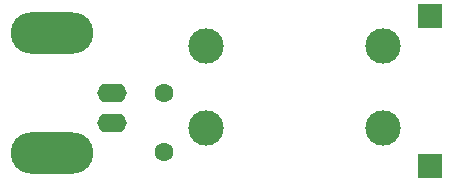
<source format=gts>
%TF.GenerationSoftware,KiCad,Pcbnew,8.0.8*%
%TF.CreationDate,2025-01-20T02:54:04+01:00*%
%TF.ProjectId,EFHW unun,45464857-2075-46e7-956e-2e6b69636164,rev?*%
%TF.SameCoordinates,Original*%
%TF.FileFunction,Soldermask,Top*%
%TF.FilePolarity,Negative*%
%FSLAX46Y46*%
G04 Gerber Fmt 4.6, Leading zero omitted, Abs format (unit mm)*
G04 Created by KiCad (PCBNEW 8.0.8) date 2025-01-20 02:54:04*
%MOMM*%
%LPD*%
G01*
G04 APERTURE LIST*
G04 Aperture macros list*
%AMRoundRect*
0 Rectangle with rounded corners*
0 $1 Rounding radius*
0 $2 $3 $4 $5 $6 $7 $8 $9 X,Y pos of 4 corners*
0 Add a 4 corners polygon primitive as box body*
4,1,4,$2,$3,$4,$5,$6,$7,$8,$9,$2,$3,0*
0 Add four circle primitives for the rounded corners*
1,1,$1+$1,$2,$3*
1,1,$1+$1,$4,$5*
1,1,$1+$1,$6,$7*
1,1,$1+$1,$8,$9*
0 Add four rect primitives between the rounded corners*
20,1,$1+$1,$2,$3,$4,$5,0*
20,1,$1+$1,$4,$5,$6,$7,0*
20,1,$1+$1,$6,$7,$8,$9,0*
20,1,$1+$1,$8,$9,$2,$3,0*%
G04 Aperture macros list end*
%ADD10C,3.000000*%
%ADD11C,1.600000*%
%ADD12RoundRect,0.250001X-0.799999X-0.799999X0.799999X-0.799999X0.799999X0.799999X-0.799999X0.799999X0*%
%ADD13O,2.500000X1.600000*%
%ADD14O,7.000000X3.500000*%
G04 APERTURE END LIST*
D10*
%TO.C,FT50-43*%
X155000000Y-95000000D03*
X170000000Y-95000000D03*
X155000000Y-88000000D03*
X170000000Y-88000000D03*
%TD*%
D11*
%TO.C,C1*%
X151500000Y-92000000D03*
X151500000Y-97000000D03*
%TD*%
D12*
%TO.C,EF*%
X174000000Y-98200000D03*
%TD*%
%TO.C,DP*%
X174000000Y-85500000D03*
%TD*%
D13*
%TO.C,BNC*%
X147080000Y-92000000D03*
D14*
X142000000Y-97080000D03*
D13*
X147080000Y-94540000D03*
D14*
X142000000Y-86920000D03*
%TD*%
M02*

</source>
